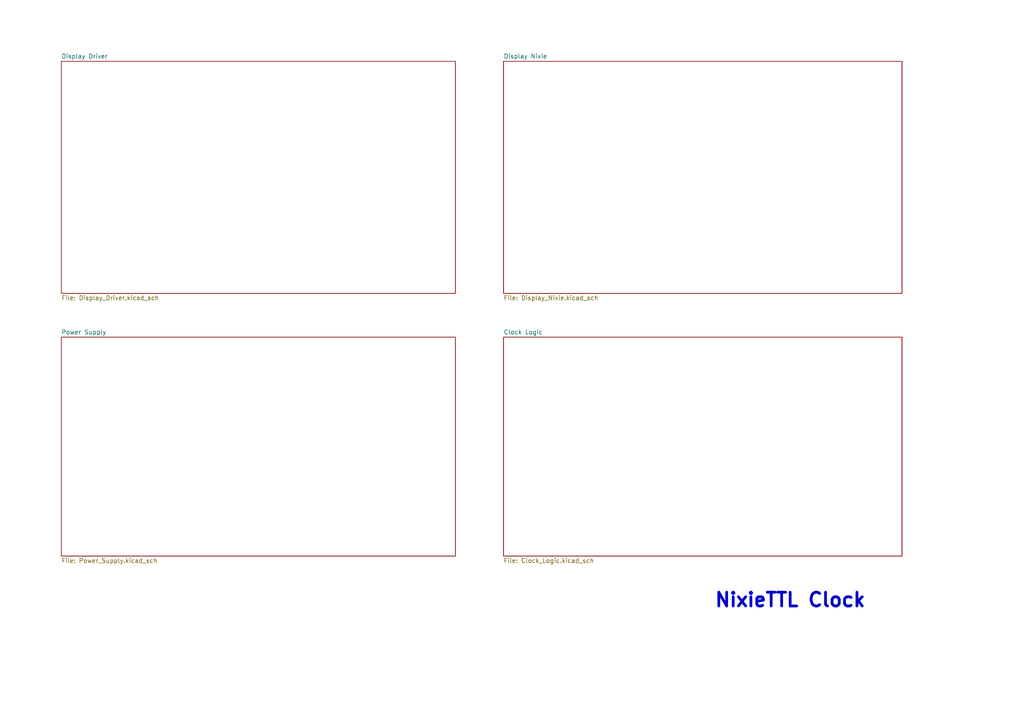
<source format=kicad_sch>
(kicad_sch (version 20211123) (generator eeschema)
  (paper "A4")
  (title_block (title "NixieTTL Clock") (rev "0"))
  (lib_symbols)
  (text "NixieTTL Clock" (at 207.01 176.53 0) (effects (font (size 3.9878 3.9878) (thickness 0.7976) bold) (justify left bottom)))
  (sheet (at 17.78 17.78) (size 114.3 67.31)
    (property "Sheet name" "Display Driver" (at 17.78 17.0684 0) (effects (justify left bottom)))
    (property "Sheet file" "Display_Driver.kicad_sch" (at 17.78 85.6746 0) (effects (justify left top)))
  )
  (sheet (at 146.05 17.78) (size 115.57 67.31)
    (property "Sheet name" "Display Nixie" (at 146.05 17.0684 0) (effects (justify left bottom)))
    (property "Sheet file" "Display_Nixie.kicad_sch" (at 146.05 85.6746 0) (effects (justify left top)))
  )
  (sheet (at 146.05 97.79) (size 115.57 63.5)
    (property "Sheet name" "Clock Logic" (at 146.05 97.0784 0) (effects (justify left bottom)))
    (property "Sheet file" "Clock_Logic.kicad_sch" (at 146.05 161.8746 0) (effects (justify left top)))
  )
  (sheet (at 17.78 97.79) (size 114.3 63.5)
    (property "Sheet name" "Power Supply" (at 17.78 97.0784 0) (effects (justify left bottom)))
    (property "Sheet file" "Power_Supply.kicad_sch" (at 17.78 161.8746 0) (effects (justify left top)))
  )
)
</source>
